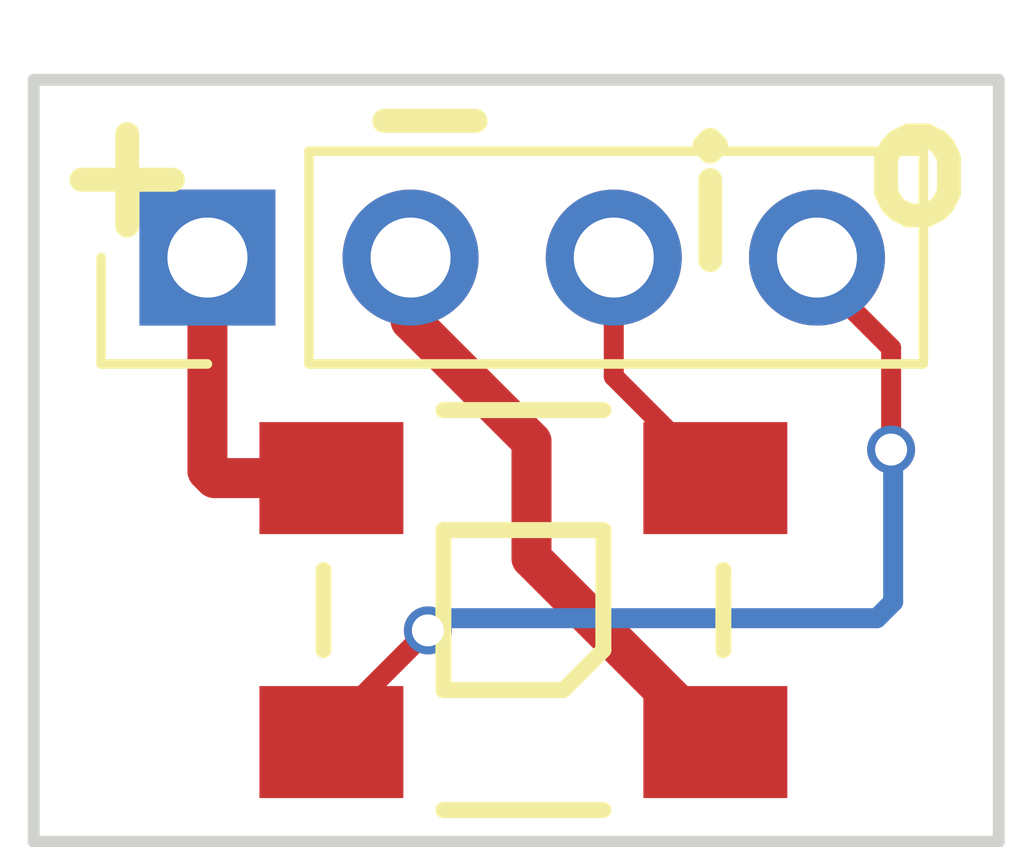
<source format=kicad_pcb>
(kicad_pcb (version 4) (host pcbnew 4.0.7)

  (general
    (links 0)
    (no_connects 0)
    (area 79.915196 54.05732 248.686202 160.127504)
    (thickness 1.6)
    (drawings 8)
    (tracks 22)
    (zones 0)
    (modules 2)
    (nets 5)
  )

  (page A4)
  (layers
    (0 F.Cu signal)
    (31 B.Cu signal)
    (32 B.Adhes user)
    (33 F.Adhes user)
    (34 B.Paste user)
    (35 F.Paste user)
    (36 B.SilkS user)
    (37 F.SilkS user)
    (38 B.Mask user)
    (39 F.Mask user)
    (40 Dwgs.User user)
    (41 Cmts.User user)
    (42 Eco1.User user)
    (43 Eco2.User user)
    (44 Edge.Cuts user)
    (45 Margin user)
    (46 B.CrtYd user)
    (47 F.CrtYd user)
    (48 B.Fab user)
    (49 F.Fab user)
  )

  (setup
    (last_trace_width 0.25)
    (user_trace_width 0.5)
    (user_trace_width 1)
    (user_trace_width 2)
    (trace_clearance 0.2)
    (zone_clearance 0.508)
    (zone_45_only no)
    (trace_min 0.2)
    (segment_width 0.2)
    (edge_width 0.15)
    (via_size 0.6)
    (via_drill 0.4)
    (via_min_size 0.4)
    (via_min_drill 0.3)
    (uvia_size 0.3)
    (uvia_drill 0.1)
    (uvias_allowed no)
    (uvia_min_size 0.2)
    (uvia_min_drill 0.1)
    (pcb_text_width 0.3)
    (pcb_text_size 1.5 1.5)
    (mod_edge_width 0.15)
    (mod_text_size 1 1)
    (mod_text_width 0.15)
    (pad_size 1.524 1.524)
    (pad_drill 0.762)
    (pad_to_mask_clearance 0.2)
    (aux_axis_origin 0 0)
    (visible_elements 7FFFF7FF)
    (pcbplotparams
      (layerselection 0x00030_80000001)
      (usegerberextensions false)
      (excludeedgelayer true)
      (linewidth 0.100000)
      (plotframeref false)
      (viasonmask false)
      (mode 1)
      (useauxorigin false)
      (hpglpennumber 1)
      (hpglpenspeed 20)
      (hpglpendiameter 15)
      (hpglpenoverlay 2)
      (psnegative false)
      (psa4output false)
      (plotreference true)
      (plotvalue true)
      (plotinvisibletext false)
      (padsonsilk false)
      (subtractmaskfromsilk false)
      (outputformat 1)
      (mirror false)
      (drillshape 1)
      (scaleselection 1)
      (outputdirectory ""))
  )

  (net 0 "")
  (net 1 /VCC)
  (net 2 /GND)
  (net 3 "Net-(LED6-Pad4)")
  (net 4 /DIN)

  (net_class Default "This is the default net class."
    (clearance 0.2)
    (trace_width 0.25)
    (via_dia 0.6)
    (via_drill 0.4)
    (uvia_dia 0.3)
    (uvia_drill 0.1)
    (add_net /DIN)
    (add_net /GND)
    (add_net /VCC)
    (add_net "Net-(LED6-Pad4)")
  )

  (module WS2812B:WS2812B (layer F.Cu) (tedit 59EB96B5) (tstamp 59EF4ACD)
    (at 150.2664 102.5144 90)
    (path /59E69D8F)
    (fp_text reference "" (at 0 -4.7 90) (layer F.SilkS)
      (effects (font (size 1 1) (thickness 0.2)))
    )
    (fp_text value "" (at 0 4.8 90) (layer F.SilkS) hide
      (effects (font (size 1 1) (thickness 0.2)))
    )
    (fp_line (start -1 -1) (end 1 -1) (layer F.SilkS) (width 0.2))
    (fp_line (start 1 -1) (end 1 1) (layer F.SilkS) (width 0.2))
    (fp_line (start 1 1) (end -0.5 1) (layer F.SilkS) (width 0.2))
    (fp_line (start -0.5 1) (end -1 0.5) (layer F.SilkS) (width 0.2))
    (fp_line (start -1 0.5) (end -1 -1) (layer F.SilkS) (width 0.2))
    (fp_line (start -2.5 -1) (end -2.5 1) (layer F.SilkS) (width 0.2))
    (fp_line (start -0.5 2.5) (end 0.5 2.5) (layer F.SilkS) (width 0.2))
    (fp_line (start 2.5 -1) (end 2.5 1) (layer F.SilkS) (width 0.2))
    (fp_line (start -0.5 -2.5) (end 0.5 -2.5) (layer F.SilkS) (width 0.2))
    (fp_line (start 2.1 2.5) (end 2.5 2.5) (layer Dwgs.User) (width 0.2))
    (fp_line (start -1.2 2.5) (end 1.2 2.5) (layer Dwgs.User) (width 0.2))
    (fp_line (start -2.5 2.5) (end -2.1 2.5) (layer Dwgs.User) (width 0.2))
    (fp_line (start 2.1 -2.5) (end 2.5 -2.5) (layer Dwgs.User) (width 0.2))
    (fp_line (start -1.2 -2.5) (end 1.2 -2.5) (layer Dwgs.User) (width 0.2))
    (fp_line (start -2.5 -2.5) (end -2.1 -2.5) (layer Dwgs.User) (width 0.2))
    (fp_line (start -2.1 -2.7) (end -1.2 -2.7) (layer Dwgs.User) (width 0.2))
    (fp_line (start -1.2 -2.7) (end -1.2 -1.8) (layer Dwgs.User) (width 0.2))
    (fp_line (start -1.2 -1.8) (end -2.1 -1.8) (layer Dwgs.User) (width 0.2))
    (fp_line (start -2.1 -1.8) (end -2.1 -2.7) (layer Dwgs.User) (width 0.2))
    (fp_line (start 2.1 -2.7) (end 1.2 -2.7) (layer Dwgs.User) (width 0.2))
    (fp_line (start 1.2 -2.7) (end 1.2 -1.8) (layer Dwgs.User) (width 0.2))
    (fp_line (start 1.2 -1.8) (end 2.1 -1.8) (layer Dwgs.User) (width 0.2))
    (fp_line (start 2.1 -1.8) (end 2.1 -2.7) (layer Dwgs.User) (width 0.2))
    (fp_line (start -2.1 2.7) (end -2.1 1.8) (layer Dwgs.User) (width 0.2))
    (fp_line (start -2.1 1.8) (end -1.2 1.8) (layer Dwgs.User) (width 0.2))
    (fp_line (start -1.2 1.8) (end -1.2 2.7) (layer Dwgs.User) (width 0.2))
    (fp_line (start -1.2 2.7) (end -2.1 2.7) (layer Dwgs.User) (width 0.2))
    (fp_line (start 1.2 2.7) (end 1.2 1.8) (layer Dwgs.User) (width 0.2))
    (fp_line (start 1.2 1.8) (end 2.1 1.8) (layer Dwgs.User) (width 0.2))
    (fp_line (start 2.1 1.8) (end 2.1 2.7) (layer Dwgs.User) (width 0.2))
    (fp_line (start 2.1 2.7) (end 1.2 2.7) (layer Dwgs.User) (width 0.2))
    (fp_line (start 2.5 -2.5) (end 2.5 2.5) (layer Dwgs.User) (width 0.2))
    (fp_line (start -2.49936 2.49936) (end -2.49936 -2.49936) (layer Dwgs.User) (width 0.2))
    (pad 1 smd rect (at 1.65 -2.4 90) (size 1.4 1.8) (layers F.Cu F.Paste F.Mask)
      (net 1 /VCC))
    (pad 2 smd rect (at -1.65 -2.4 90) (size 1.4 1.8) (layers F.Cu F.Paste F.Mask)
      (net 3 "Net-(LED6-Pad4)"))
    (pad 3 smd rect (at -1.65 2.4 90) (size 1.4 1.8) (layers F.Cu F.Paste F.Mask)
      (net 2 /GND))
    (pad 4 smd rect (at 1.65 2.4 90) (size 1.4 1.8) (layers F.Cu F.Paste F.Mask)
      (net 4 /DIN))
  )

  (module Pin_Headers:Pin_Header_Straight_1x04_Pitch2.54mm (layer F.Cu) (tedit 59EF4B9A) (tstamp 59EF63DB)
    (at 146.3167 98.1075 90)
    (descr "Through hole straight pin header, 1x04, 2.54mm pitch, single row")
    (tags "Through hole pin header THT 1x04 2.54mm single row")
    (fp_text reference "" (at 0 -2.33 90) (layer F.SilkS)
      (effects (font (size 1 1) (thickness 0.15)))
    )
    (fp_text value "" (at 0 9.95 90) (layer F.Fab)
      (effects (font (size 1 1) (thickness 0.15)))
    )
    (fp_line (start -0.635 -1.27) (end 1.27 -1.27) (layer F.Fab) (width 0.1))
    (fp_line (start 1.27 -1.27) (end 1.27 8.89) (layer F.Fab) (width 0.1))
    (fp_line (start 1.27 8.89) (end -1.27 8.89) (layer F.Fab) (width 0.1))
    (fp_line (start -1.27 8.89) (end -1.27 -0.635) (layer F.Fab) (width 0.1))
    (fp_line (start -1.27 -0.635) (end -0.635 -1.27) (layer F.Fab) (width 0.1))
    (fp_line (start -1.33 8.95) (end 1.33 8.95) (layer F.SilkS) (width 0.12))
    (fp_line (start -1.33 1.27) (end -1.33 8.95) (layer F.SilkS) (width 0.12))
    (fp_line (start 1.33 1.27) (end 1.33 8.95) (layer F.SilkS) (width 0.12))
    (fp_line (start -1.33 1.27) (end 1.33 1.27) (layer F.SilkS) (width 0.12))
    (fp_line (start -1.33 0) (end -1.33 -1.33) (layer F.SilkS) (width 0.12))
    (fp_line (start -1.33 -1.33) (end 0 -1.33) (layer F.SilkS) (width 0.12))
    (fp_line (start -1.8 -1.8) (end -1.8 9.4) (layer F.CrtYd) (width 0.05))
    (fp_line (start -1.8 9.4) (end 1.8 9.4) (layer F.CrtYd) (width 0.05))
    (fp_line (start 1.8 9.4) (end 1.8 -1.8) (layer F.CrtYd) (width 0.05))
    (fp_line (start 1.8 -1.8) (end -1.8 -1.8) (layer F.CrtYd) (width 0.05))
    (fp_text user %R (at 0 3.81 180) (layer F.Fab)
      (effects (font (size 1 1) (thickness 0.15)))
    )
    (pad 1 thru_hole rect (at 0 0 90) (size 1.7 1.7) (drill 1) (layers *.Cu *.Mask))
    (pad 2 thru_hole oval (at 0 2.54 90) (size 1.7 1.7) (drill 1) (layers *.Cu *.Mask))
    (pad 3 thru_hole oval (at 0 5.08 90) (size 1.7 1.7) (drill 1) (layers *.Cu *.Mask))
    (pad 4 thru_hole oval (at 0 7.62 90) (size 1.7 1.7) (drill 1) (layers *.Cu *.Mask))
    (model ${KISYS3DMOD}/Pin_Headers.3dshapes/Pin_Header_Straight_1x04_Pitch2.54mm.wrl
      (at (xyz 0 0 0))
      (scale (xyz 1 1 1))
      (rotate (xyz 0 0 0))
    )
  )

  (gr_line (start 144.145 95.885) (end 156.21 95.885) (angle 90) (layer Edge.Cuts) (width 0.15))
  (gr_line (start 144.145 105.41) (end 144.145 95.885) (angle 90) (layer Edge.Cuts) (width 0.15))
  (gr_line (start 156.21 105.41) (end 144.145 105.41) (angle 90) (layer Edge.Cuts) (width 0.15))
  (gr_line (start 156.21 95.885) (end 156.21 105.41) (angle 90) (layer Edge.Cuts) (width 0.15))
  (gr_text o (at 155.194 96.901) (layer F.SilkS)
    (effects (font (size 1.5 1.5) (thickness 0.3)))
  )
  (gr_text i (at 152.6032 97.4598) (layer F.SilkS)
    (effects (font (size 1.5 1.5) (thickness 0.3)))
  )
  (gr_text - (at 149.098 96.2914) (layer F.SilkS)
    (effects (font (size 1.5 1.5) (thickness 0.3)))
  )
  (gr_text + (at 145.3134 97.028) (layer F.SilkS)
    (effects (font (size 1.5 1.5) (thickness 0.3)))
  )

  (segment (start 146.3167 98.1075) (end 146.3167 100.7745) (width 0.5) (layer F.Cu) (net 1))
  (segment (start 146.4066 100.8644) (end 147.8664 100.8644) (width 0.5) (layer F.Cu) (net 1) (tstamp 59EF645D))
  (segment (start 146.3167 100.7745) (end 146.4066 100.8644) (width 0.5) (layer F.Cu) (net 1) (tstamp 59EF645C))
  (segment (start 147.8664 100.8644) (end 146.8364 100.8644) (width 0.25) (layer F.Cu) (net 1) (tstamp 59EF4AF7))
  (segment (start 148.8567 98.1075) (end 148.8567 98.8949) (width 0.5) (layer F.Cu) (net 2))
  (segment (start 148.8567 98.8949) (end 150.368 100.4062) (width 0.5) (layer F.Cu) (net 2) (tstamp 59EF6460))
  (segment (start 150.368 100.4062) (end 150.368 101.866) (width 0.5) (layer F.Cu) (net 2) (tstamp 59EF6461))
  (segment (start 150.368 101.866) (end 152.6664 104.1644) (width 0.5) (layer F.Cu) (net 2) (tstamp 59EF6462))
  (segment (start 153.9367 98.1075) (end 153.9367 98.3107) (width 0.25) (layer F.Cu) (net 3))
  (segment (start 153.9367 98.3107) (end 154.8638 99.2378) (width 0.25) (layer F.Cu) (net 3) (tstamp 59EF6469))
  (segment (start 154.8638 99.2378) (end 154.8638 100.5078) (width 0.25) (layer F.Cu) (net 3) (tstamp 59EF646A))
  (via (at 154.8638 100.5078) (size 0.6) (drill 0.4) (layers F.Cu B.Cu) (net 3))
  (segment (start 154.8638 100.5078) (end 154.8892 100.5332) (width 0.25) (layer B.Cu) (net 3) (tstamp 59EF646C))
  (segment (start 154.8892 100.5332) (end 154.8892 102.4128) (width 0.25) (layer B.Cu) (net 3) (tstamp 59EF646D))
  (segment (start 154.8892 102.4128) (end 154.686 102.616) (width 0.25) (layer B.Cu) (net 3) (tstamp 59EF646E))
  (segment (start 154.686 102.616) (end 149.225 102.616) (width 0.25) (layer B.Cu) (net 3) (tstamp 59EF646F))
  (segment (start 149.225 102.616) (end 149.0726 102.7684) (width 0.25) (layer B.Cu) (net 3) (tstamp 59EF6470))
  (via (at 149.0726 102.7684) (size 0.6) (drill 0.4) (layers F.Cu B.Cu) (net 3))
  (segment (start 149.0726 102.7684) (end 147.8664 103.9746) (width 0.25) (layer F.Cu) (net 3) (tstamp 59EF6472))
  (segment (start 147.8664 103.9746) (end 147.8664 104.1644) (width 0.25) (layer F.Cu) (net 3) (tstamp 59EF6473))
  (segment (start 151.3967 98.1075) (end 151.3967 99.5947) (width 0.25) (layer F.Cu) (net 4))
  (segment (start 151.3967 99.5947) (end 152.6664 100.8644) (width 0.25) (layer F.Cu) (net 4) (tstamp 59EF6465))

)

</source>
